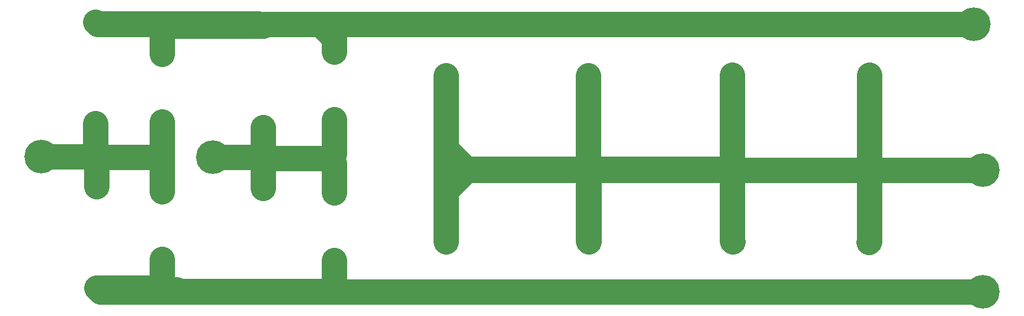
<source format=gbl>
G04 (created by PCBNEW-RS274X (2012-01-19 BZR 3256)-stable) date 31/05/2012 03:32:05 p.m.*
G01*
G70*
G90*
%MOIN*%
G04 Gerber Fmt 3.4, Leading zero omitted, Abs format*
%FSLAX34Y34*%
G04 APERTURE LIST*
%ADD10C,0.006000*%
%ADD11C,0.199400*%
%ADD12R,0.078700X0.078700*%
%ADD13C,0.078700*%
%ADD14C,0.100000*%
%ADD15R,0.100000X0.100000*%
%ADD16C,0.126000*%
%ADD17C,0.149600*%
G04 APERTURE END LIST*
G54D10*
G54D11*
X10669Y-20551D03*
X20787Y-20591D03*
X66260Y-28543D03*
X65748Y-12717D03*
G54D12*
X42953Y-12752D03*
G54D13*
X42953Y-15752D03*
G54D12*
X34567Y-12752D03*
G54D13*
X34567Y-15752D03*
G54D12*
X51457Y-12713D03*
G54D13*
X51457Y-15713D03*
G54D12*
X59567Y-12713D03*
G54D13*
X59567Y-15713D03*
G54D12*
X34567Y-25587D03*
G54D13*
X34567Y-28587D03*
G54D12*
X51496Y-25587D03*
G54D13*
X51496Y-28587D03*
G54D12*
X59528Y-25626D03*
G54D13*
X59528Y-28626D03*
G54D12*
X42992Y-25587D03*
G54D13*
X42992Y-28587D03*
G54D11*
X66260Y-21339D03*
G54D14*
X13937Y-22315D03*
G54D15*
X13937Y-28315D03*
G54D14*
X13858Y-18591D03*
G54D15*
X13858Y-12591D03*
G54D14*
X23780Y-22433D03*
G54D15*
X23780Y-28433D03*
G54D14*
X23780Y-18827D03*
G54D15*
X23780Y-12827D03*
G54D13*
X17795Y-26606D03*
X17795Y-22606D03*
X17795Y-18496D03*
X17795Y-14496D03*
X27953Y-26685D03*
X27953Y-22685D03*
X27953Y-18339D03*
X27953Y-14339D03*
G54D16*
X18709Y-28315D02*
X18827Y-28433D01*
G54D17*
X13937Y-28315D02*
X17842Y-28315D01*
X66260Y-28543D02*
X14165Y-28543D01*
X14165Y-28543D02*
X13937Y-28315D01*
G54D16*
X34567Y-28587D02*
X27799Y-28587D01*
X27799Y-28587D02*
X27756Y-28544D01*
X66260Y-28543D02*
X59611Y-28543D01*
X59611Y-28543D02*
X59528Y-28626D01*
X42992Y-28587D02*
X34567Y-28587D01*
X59528Y-28626D02*
X51496Y-28587D01*
X18827Y-28433D02*
X23780Y-28433D01*
X13937Y-28315D02*
X18709Y-28315D01*
X27756Y-28544D02*
X27645Y-28433D01*
X27645Y-28433D02*
X23780Y-28433D01*
G54D17*
X27953Y-28125D02*
X27645Y-28433D01*
X27953Y-26685D02*
X27953Y-28125D01*
X17842Y-28315D02*
X17795Y-28268D01*
X17795Y-28268D02*
X17795Y-26606D01*
G54D16*
X59567Y-12713D02*
X65744Y-12713D01*
X42992Y-12713D02*
X42953Y-12752D01*
X34567Y-12752D02*
X42953Y-12752D01*
X51457Y-12713D02*
X42992Y-12713D01*
G54D17*
X23780Y-12827D02*
X18103Y-12827D01*
G54D16*
X65744Y-12713D02*
X65748Y-12717D01*
X51457Y-12713D02*
X59567Y-12713D01*
G54D17*
X13984Y-12717D02*
X13858Y-12591D01*
G54D16*
X20283Y-12591D02*
X23544Y-12591D01*
X23544Y-12591D02*
X23780Y-12827D01*
X13858Y-12591D02*
X20283Y-12591D01*
G54D17*
X27126Y-12717D02*
X13984Y-12717D01*
X65748Y-12717D02*
X27126Y-12717D01*
X27953Y-13544D02*
X27126Y-12717D01*
X27953Y-14339D02*
X27953Y-13544D01*
X18103Y-12827D02*
X17795Y-13135D01*
X17795Y-13135D02*
X17795Y-14496D01*
X51457Y-25548D02*
X51496Y-25587D01*
X59567Y-15713D02*
X59567Y-25587D01*
X59567Y-25587D02*
X59528Y-25626D01*
X51457Y-15713D02*
X51457Y-25548D01*
G54D16*
X61654Y-21339D02*
X59567Y-21339D01*
G54D17*
X66260Y-21339D02*
X34567Y-21339D01*
G54D16*
X42992Y-24603D02*
X42992Y-25587D01*
X34567Y-21339D02*
X35984Y-21339D01*
X42992Y-21575D02*
X42992Y-24603D01*
X51653Y-21339D02*
X51417Y-21103D01*
X42992Y-24603D02*
X42992Y-25587D01*
X34803Y-21575D02*
X34567Y-21339D01*
X59567Y-15713D02*
X59567Y-21339D01*
X59567Y-21339D02*
X66260Y-21339D01*
X59528Y-25626D02*
X59449Y-21457D01*
X59449Y-21457D02*
X59567Y-21339D01*
X51457Y-15713D02*
X51417Y-21103D01*
G54D17*
X34567Y-21339D02*
X34803Y-21575D01*
X34567Y-25587D02*
X34567Y-21339D01*
X42953Y-25548D02*
X42992Y-25587D01*
X42953Y-15752D02*
X42953Y-25548D01*
X51141Y-21299D02*
X51417Y-21575D01*
G54D16*
X66260Y-21339D02*
X61654Y-21339D01*
G54D17*
X42992Y-25587D02*
X42992Y-21575D01*
X42953Y-21536D02*
X42992Y-21575D01*
X42953Y-21299D02*
X42953Y-21536D01*
X42953Y-15752D02*
X42953Y-21299D01*
X42756Y-21299D02*
X42953Y-21299D01*
X34607Y-21299D02*
X42756Y-21299D01*
X34567Y-21339D02*
X34607Y-21299D01*
X34567Y-15752D02*
X34567Y-21339D01*
X42756Y-21299D02*
X51141Y-21299D01*
G54D16*
X51417Y-21103D02*
X51653Y-21339D01*
X34567Y-25587D02*
X34606Y-22717D01*
X34606Y-22717D02*
X35984Y-21339D01*
X34567Y-15752D02*
X34567Y-19922D01*
X34567Y-19922D02*
X35984Y-21339D01*
X51496Y-25587D02*
X51417Y-21575D01*
X51417Y-21575D02*
X51653Y-21339D01*
X51417Y-21575D02*
X51457Y-15713D01*
X51417Y-21575D02*
X51535Y-21575D01*
X51535Y-21575D02*
X51417Y-21575D01*
G54D17*
X20787Y-20591D02*
X24173Y-20591D01*
X27953Y-20394D02*
X27953Y-18339D01*
X23780Y-18827D02*
X23780Y-19685D01*
X23780Y-19685D02*
X23780Y-22433D01*
X23780Y-20591D02*
X24173Y-20591D01*
X23780Y-18827D02*
X23780Y-20591D01*
X23780Y-22433D02*
X23780Y-20591D01*
X23858Y-20669D02*
X24173Y-20669D01*
X24173Y-20669D02*
X24173Y-20591D01*
X27678Y-20669D02*
X27953Y-20394D01*
X24173Y-20669D02*
X27678Y-20669D01*
X27953Y-20944D02*
X27678Y-20669D01*
X27953Y-22685D02*
X27953Y-20944D01*
X23780Y-20591D02*
X23858Y-20669D01*
X13937Y-22315D02*
X13937Y-20708D01*
X13937Y-20708D02*
X13780Y-20551D01*
X10669Y-20551D02*
X13780Y-20551D01*
X13780Y-20551D02*
X13858Y-20473D01*
X13858Y-20473D02*
X13858Y-18591D01*
G54D16*
X13858Y-20473D02*
X13780Y-20551D01*
X13858Y-22236D02*
X13937Y-22315D01*
X13858Y-20473D02*
X13858Y-22236D01*
X13780Y-20551D02*
X13858Y-20473D01*
G54D17*
X17795Y-20591D02*
X17795Y-22606D01*
X17795Y-18496D02*
X17795Y-20591D01*
X13976Y-20591D02*
X13858Y-20473D01*
X17795Y-20591D02*
X13976Y-20591D01*
M02*

</source>
